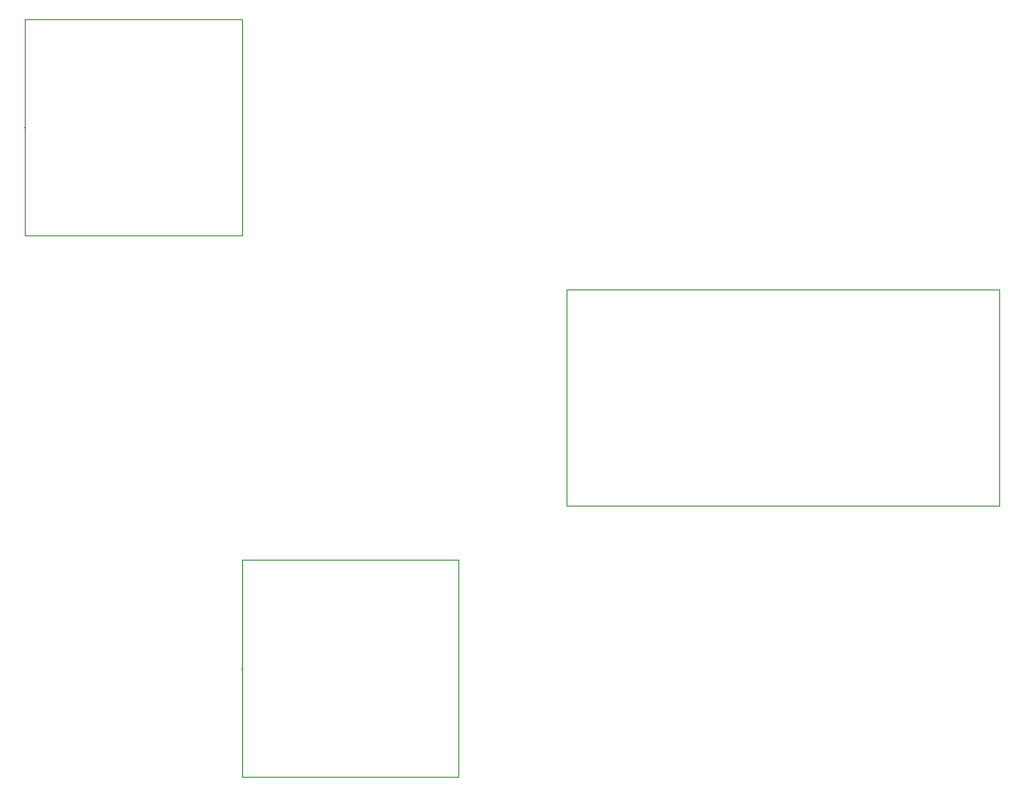
<source format=gbr>
G04 Gerber file generated by Gerbonara*
%TF.GenerationSoftware,KiCad,Pcbnew,8.0.3*%
%TF.CreationDate,2024-09-17T15:53:27+01:00*%
%TF.ProjectId,test_module_1,74657374-5f6d-46f6-9475-6c655f312e6b,rev?*%
%TF.SameCoordinates,PX8583b00PY5f5e100*%
%TF.FileFunction,Other,User*%
%MOMM*%
%FSLAX45Y45*%
%IPPOS*%
G75
%LPD*%
%ADD10C,0.1*%
%ADD11C,0.11*%
%ADD12C,0.12*%
%ADD13C,0.13*%
D10*
X-002500000Y-001500000D02*
X-000500000Y-001500000D01*
X-000500000Y-003500000D01*
X-002500000Y-003500000D01*
X-002500000Y-001500000D01*
D11*
X-001500000Y-001500000D02*
X-001500000Y-001500000D01*
D12*
X-000500000Y-002500000D02*
X-000500000Y-002500000D01*
D13*
X-002500000Y-002500000D02*
X-002500000Y-002500000D01*
D10*
X-004500000Y003500000D02*
X-002500000Y003500000D01*
X-002500000Y001500000D01*
X-004500000Y001500000D01*
X-004500000Y003500000D01*
D11*
X-003500000Y003500000D02*
X-003500000Y003500000D01*
D12*
X-002500000Y002500000D02*
X-002500000Y002500000D01*
D13*
X-004500000Y002500000D02*
X-004500000Y002500000D01*
D10*
X004500000Y001000000D02*
X004500000Y-001000000D01*
X000500000Y-001000000D01*
X000500000Y001000000D01*
X004500000Y001000000D01*
D11*
X004500000Y0D02*
X004500000Y0D01*
D12*
X000500000Y-0D02*
X000500000Y-0D01*
D13*
X002500000Y001000000D02*
X002500000Y001000000D01*
M02*
</source>
